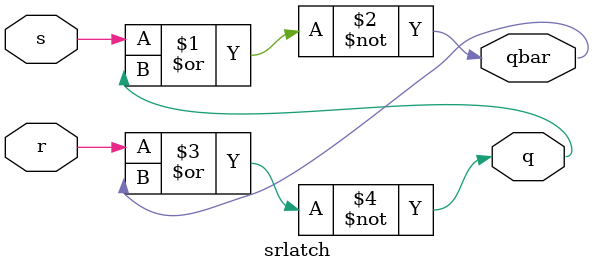
<source format=v>

module srlatch(input s,r,output q,qbar);

nor(qbar,s,q);
nor(q,r,qbar);

endmodule

</source>
